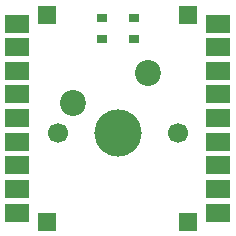
<source format=gts>
%TF.GenerationSoftware,KiCad,Pcbnew,(5.1.9)-1*%
%TF.CreationDate,2021-09-16T08:42:28+02:00*%
%TF.ProjectId,poly_kb,706f6c79-5f6b-4622-9e6b-696361645f70,rev?*%
%TF.SameCoordinates,Original*%
%TF.FileFunction,Soldermask,Top*%
%TF.FilePolarity,Negative*%
%FSLAX46Y46*%
G04 Gerber Fmt 4.6, Leading zero omitted, Abs format (unit mm)*
G04 Created by KiCad (PCBNEW (5.1.9)-1) date 2021-09-16 08:42:28*
%MOMM*%
%LPD*%
G01*
G04 APERTURE LIST*
%ADD10C,2.200000*%
%ADD11C,4.000000*%
%ADD12C,1.700000*%
%ADD13R,2.000000X1.500000*%
%ADD14R,1.500000X1.500000*%
%ADD15R,0.950000X0.800000*%
G04 APERTURE END LIST*
D10*
%TO.C,SW1*%
X273050000Y-113030000D03*
X266700000Y-115570000D03*
D11*
X270510000Y-118110000D03*
D12*
X265430000Y-118110000D03*
X275590000Y-118110000D03*
%TD*%
D13*
%TO.C,J4*%
X279019000Y-124840000D03*
X279019000Y-122840000D03*
X279019000Y-120840000D03*
X279019000Y-108840000D03*
X279019000Y-118840000D03*
X279019000Y-110840000D03*
X279019000Y-112840000D03*
X279019000Y-114840000D03*
X279019000Y-116840000D03*
%TD*%
%TO.C,J3*%
X262001000Y-124840000D03*
X262001000Y-122840000D03*
X262001000Y-120840000D03*
X262001000Y-108840000D03*
X262001000Y-118840000D03*
X262001000Y-110840000D03*
X262001000Y-112840000D03*
X262001000Y-114840000D03*
X262001000Y-116840000D03*
%TD*%
D14*
%TO.C,J9*%
X276479000Y-125603000D03*
%TD*%
%TO.C,J8*%
X264541000Y-108077000D03*
%TD*%
%TO.C,J7*%
X264541000Y-125603000D03*
%TD*%
%TO.C,J2*%
X276479000Y-108077000D03*
%TD*%
D15*
%TO.C,LED1*%
X271875000Y-108330000D03*
X269145000Y-108330000D03*
X271875000Y-110110000D03*
X269145000Y-110110000D03*
%TD*%
M02*

</source>
